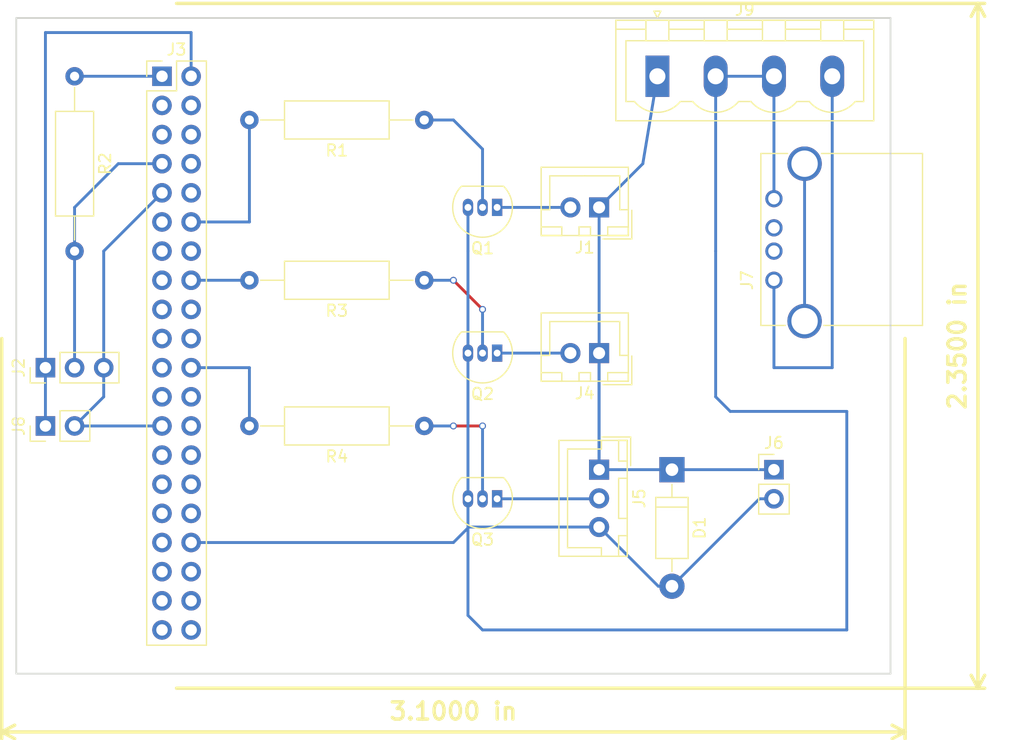
<source format=kicad_pcb>
(kicad_pcb (version 4) (host pcbnew 4.0.7)

  (general
    (links 33)
    (no_connects 0)
    (area 124.46 97.365 217.4 163.990001)
    (thickness 1.6)
    (drawings 6)
    (tracks 68)
    (zones 0)
    (modules 17)
    (nets 18)
  )

  (page A4)
  (layers
    (0 F.Cu signal)
    (31 B.Cu signal)
    (32 B.Adhes user)
    (33 F.Adhes user)
    (34 B.Paste user)
    (35 F.Paste user)
    (36 B.SilkS user)
    (37 F.SilkS user)
    (38 B.Mask user)
    (39 F.Mask user)
    (40 Dwgs.User user)
    (41 Cmts.User user)
    (42 Eco1.User user)
    (43 Eco2.User user)
    (44 Edge.Cuts user)
    (45 Margin user)
    (46 B.CrtYd user)
    (47 F.CrtYd user)
    (48 B.Fab user)
    (49 F.Fab user)
  )

  (setup
    (last_trace_width 0.25)
    (trace_clearance 0.2)
    (zone_clearance 0.508)
    (zone_45_only no)
    (trace_min 0.2)
    (segment_width 0.2)
    (edge_width 0.15)
    (via_size 0.6)
    (via_drill 0.4)
    (via_min_size 0.4)
    (via_min_drill 0.3)
    (uvia_size 0.3)
    (uvia_drill 0.1)
    (uvias_allowed no)
    (uvia_min_size 0.2)
    (uvia_min_drill 0.1)
    (pcb_text_width 0.3)
    (pcb_text_size 1.5 1.5)
    (mod_edge_width 0.15)
    (mod_text_size 1 1)
    (mod_text_width 0.15)
    (pad_size 1.524 1.524)
    (pad_drill 0.762)
    (pad_to_mask_clearance 0.2)
    (aux_axis_origin 0 0)
    (visible_elements 7FFFFFFF)
    (pcbplotparams
      (layerselection 0x00030_80000001)
      (usegerberextensions false)
      (excludeedgelayer true)
      (linewidth 0.100000)
      (plotframeref false)
      (viasonmask false)
      (mode 1)
      (useauxorigin false)
      (hpglpennumber 1)
      (hpglpenspeed 20)
      (hpglpendiameter 15)
      (hpglpenoverlay 2)
      (psnegative false)
      (psa4output false)
      (plotreference true)
      (plotvalue true)
      (plotinvisibletext false)
      (padsonsilk false)
      (subtractmaskfromsilk false)
      (outputformat 1)
      (mirror false)
      (drillshape 0)
      (scaleselection 1)
      (outputdirectory output/))
  )

  (net 0 "")
  (net 1 +12V)
  (net 2 Earth)
  (net 3 "Net-(J1-Pad2)")
  (net 4 /GND)
  (net 5 "Net-(J2-Pad2)")
  (net 6 /5V)
  (net 7 /3v3)
  (net 8 "Net-(J3-Pad12)")
  (net 9 "Net-(J3-Pad16)")
  (net 10 "Net-(J3-Pad22)")
  (net 11 "Net-(J5-Pad2)")
  (net 12 +5V)
  (net 13 "Net-(J7-Pad5)")
  (net 14 "Net-(Q1-Pad2)")
  (net 15 "Net-(Q2-Pad2)")
  (net 16 "Net-(Q3-Pad2)")
  (net 17 "Net-(J4-Pad2)")

  (net_class Default "This is the default net class."
    (clearance 0.2)
    (trace_width 0.25)
    (via_dia 0.6)
    (via_drill 0.4)
    (uvia_dia 0.3)
    (uvia_drill 0.1)
    (add_net +12V)
    (add_net +5V)
    (add_net /3v3)
    (add_net /5V)
    (add_net /GND)
    (add_net Earth)
    (add_net "Net-(J1-Pad2)")
    (add_net "Net-(J2-Pad2)")
    (add_net "Net-(J3-Pad12)")
    (add_net "Net-(J3-Pad16)")
    (add_net "Net-(J3-Pad22)")
    (add_net "Net-(J4-Pad2)")
    (add_net "Net-(J5-Pad2)")
    (add_net "Net-(J7-Pad5)")
    (add_net "Net-(Q1-Pad2)")
    (add_net "Net-(Q2-Pad2)")
    (add_net "Net-(Q3-Pad2)")
  )

  (module Diodes_THT:D_DO-41_SOD81_P10.16mm_Horizontal (layer F.Cu) (tedit 5921392F) (tstamp 5A8E384F)
    (at 182.88 138.43 270)
    (descr "D, DO-41_SOD81 series, Axial, Horizontal, pin pitch=10.16mm, , length*diameter=5.2*2.7mm^2, , http://www.diodes.com/_files/packages/DO-41%20(Plastic).pdf")
    (tags "D DO-41_SOD81 series Axial Horizontal pin pitch 10.16mm  length 5.2mm diameter 2.7mm")
    (path /5A8CC87C)
    (fp_text reference D1 (at 5.08 -2.41 270) (layer F.SilkS)
      (effects (font (size 1 1) (thickness 0.15)))
    )
    (fp_text value UF4004 (at 5.08 2.41 270) (layer F.Fab)
      (effects (font (size 1 1) (thickness 0.15)))
    )
    (fp_text user %R (at 5.08 0 270) (layer F.Fab)
      (effects (font (size 1 1) (thickness 0.15)))
    )
    (fp_line (start 2.48 -1.35) (end 2.48 1.35) (layer F.Fab) (width 0.1))
    (fp_line (start 2.48 1.35) (end 7.68 1.35) (layer F.Fab) (width 0.1))
    (fp_line (start 7.68 1.35) (end 7.68 -1.35) (layer F.Fab) (width 0.1))
    (fp_line (start 7.68 -1.35) (end 2.48 -1.35) (layer F.Fab) (width 0.1))
    (fp_line (start 0 0) (end 2.48 0) (layer F.Fab) (width 0.1))
    (fp_line (start 10.16 0) (end 7.68 0) (layer F.Fab) (width 0.1))
    (fp_line (start 3.26 -1.35) (end 3.26 1.35) (layer F.Fab) (width 0.1))
    (fp_line (start 2.42 -1.41) (end 2.42 1.41) (layer F.SilkS) (width 0.12))
    (fp_line (start 2.42 1.41) (end 7.74 1.41) (layer F.SilkS) (width 0.12))
    (fp_line (start 7.74 1.41) (end 7.74 -1.41) (layer F.SilkS) (width 0.12))
    (fp_line (start 7.74 -1.41) (end 2.42 -1.41) (layer F.SilkS) (width 0.12))
    (fp_line (start 1.28 0) (end 2.42 0) (layer F.SilkS) (width 0.12))
    (fp_line (start 8.88 0) (end 7.74 0) (layer F.SilkS) (width 0.12))
    (fp_line (start 3.26 -1.41) (end 3.26 1.41) (layer F.SilkS) (width 0.12))
    (fp_line (start -1.35 -1.7) (end -1.35 1.7) (layer F.CrtYd) (width 0.05))
    (fp_line (start -1.35 1.7) (end 11.55 1.7) (layer F.CrtYd) (width 0.05))
    (fp_line (start 11.55 1.7) (end 11.55 -1.7) (layer F.CrtYd) (width 0.05))
    (fp_line (start 11.55 -1.7) (end -1.35 -1.7) (layer F.CrtYd) (width 0.05))
    (pad 1 thru_hole rect (at 0 0 270) (size 2.2 2.2) (drill 1.1) (layers *.Cu *.Mask)
      (net 1 +12V))
    (pad 2 thru_hole oval (at 10.16 0 270) (size 2.2 2.2) (drill 1.1) (layers *.Cu *.Mask)
      (net 2 Earth))
    (model ${KISYS3DMOD}/Diodes_THT.3dshapes/D_DO-41_SOD81_P10.16mm_Horizontal.wrl
      (at (xyz 0 0 0))
      (scale (xyz 0.393701 0.393701 0.393701))
      (rotate (xyz 0 0 0))
    )
  )

  (module Connectors_JST:JST_XH_B02B-XH-A_02x2.50mm_Straight (layer F.Cu) (tedit 58EAE7F0) (tstamp 5A8E3855)
    (at 176.53 115.57 180)
    (descr "JST XH series connector, B02B-XH-A, top entry type, through hole")
    (tags "connector jst xh tht top vertical 2.50mm")
    (path /5A8CC6D8)
    (fp_text reference J1 (at 1.25 -3.5 180) (layer F.SilkS)
      (effects (font (size 1 1) (thickness 0.15)))
    )
    (fp_text value PumpSSR (at 1.25 4.5 180) (layer F.Fab)
      (effects (font (size 1 1) (thickness 0.15)))
    )
    (fp_line (start -2.45 -2.35) (end -2.45 3.4) (layer F.Fab) (width 0.1))
    (fp_line (start -2.45 3.4) (end 4.95 3.4) (layer F.Fab) (width 0.1))
    (fp_line (start 4.95 3.4) (end 4.95 -2.35) (layer F.Fab) (width 0.1))
    (fp_line (start 4.95 -2.35) (end -2.45 -2.35) (layer F.Fab) (width 0.1))
    (fp_line (start -2.95 -2.85) (end -2.95 3.9) (layer F.CrtYd) (width 0.05))
    (fp_line (start -2.95 3.9) (end 5.45 3.9) (layer F.CrtYd) (width 0.05))
    (fp_line (start 5.45 3.9) (end 5.45 -2.85) (layer F.CrtYd) (width 0.05))
    (fp_line (start 5.45 -2.85) (end -2.95 -2.85) (layer F.CrtYd) (width 0.05))
    (fp_line (start -2.55 -2.45) (end -2.55 3.5) (layer F.SilkS) (width 0.12))
    (fp_line (start -2.55 3.5) (end 5.05 3.5) (layer F.SilkS) (width 0.12))
    (fp_line (start 5.05 3.5) (end 5.05 -2.45) (layer F.SilkS) (width 0.12))
    (fp_line (start 5.05 -2.45) (end -2.55 -2.45) (layer F.SilkS) (width 0.12))
    (fp_line (start 0.75 -2.45) (end 0.75 -1.7) (layer F.SilkS) (width 0.12))
    (fp_line (start 0.75 -1.7) (end 1.75 -1.7) (layer F.SilkS) (width 0.12))
    (fp_line (start 1.75 -1.7) (end 1.75 -2.45) (layer F.SilkS) (width 0.12))
    (fp_line (start 1.75 -2.45) (end 0.75 -2.45) (layer F.SilkS) (width 0.12))
    (fp_line (start -2.55 -2.45) (end -2.55 -1.7) (layer F.SilkS) (width 0.12))
    (fp_line (start -2.55 -1.7) (end -0.75 -1.7) (layer F.SilkS) (width 0.12))
    (fp_line (start -0.75 -1.7) (end -0.75 -2.45) (layer F.SilkS) (width 0.12))
    (fp_line (start -0.75 -2.45) (end -2.55 -2.45) (layer F.SilkS) (width 0.12))
    (fp_line (start 3.25 -2.45) (end 3.25 -1.7) (layer F.SilkS) (width 0.12))
    (fp_line (start 3.25 -1.7) (end 5.05 -1.7) (layer F.SilkS) (width 0.12))
    (fp_line (start 5.05 -1.7) (end 5.05 -2.45) (layer F.SilkS) (width 0.12))
    (fp_line (start 5.05 -2.45) (end 3.25 -2.45) (layer F.SilkS) (width 0.12))
    (fp_line (start -2.55 -0.2) (end -1.8 -0.2) (layer F.SilkS) (width 0.12))
    (fp_line (start -1.8 -0.2) (end -1.8 2.75) (layer F.SilkS) (width 0.12))
    (fp_line (start -1.8 2.75) (end 1.25 2.75) (layer F.SilkS) (width 0.12))
    (fp_line (start 5.05 -0.2) (end 4.3 -0.2) (layer F.SilkS) (width 0.12))
    (fp_line (start 4.3 -0.2) (end 4.3 2.75) (layer F.SilkS) (width 0.12))
    (fp_line (start 4.3 2.75) (end 1.25 2.75) (layer F.SilkS) (width 0.12))
    (fp_line (start -0.35 -2.75) (end -2.85 -2.75) (layer F.SilkS) (width 0.12))
    (fp_line (start -2.85 -2.75) (end -2.85 -0.25) (layer F.SilkS) (width 0.12))
    (fp_line (start -0.35 -2.75) (end -2.85 -2.75) (layer F.Fab) (width 0.1))
    (fp_line (start -2.85 -2.75) (end -2.85 -0.25) (layer F.Fab) (width 0.1))
    (fp_text user %R (at 1.25 2.5 180) (layer F.Fab)
      (effects (font (size 1 1) (thickness 0.15)))
    )
    (pad 1 thru_hole rect (at 0 0 180) (size 1.75 1.75) (drill 1.05) (layers *.Cu *.Mask)
      (net 1 +12V))
    (pad 2 thru_hole circle (at 2.5 0 180) (size 1.75 1.75) (drill 1.05) (layers *.Cu *.Mask)
      (net 3 "Net-(J1-Pad2)"))
    (model Connectors_JST.3dshapes/JST_XH_B02B-XH-A_02x2.50mm_Straight.wrl
      (at (xyz 0 0 0))
      (scale (xyz 1 1 1))
      (rotate (xyz 0 0 0))
    )
  )

  (module Pin_Headers:Pin_Header_Straight_1x03_Pitch2.54mm (layer F.Cu) (tedit 59650532) (tstamp 5A8E385C)
    (at 128.27 129.54 90)
    (descr "Through hole straight pin header, 1x03, 2.54mm pitch, single row")
    (tags "Through hole pin header THT 1x03 2.54mm single row")
    (path /5A8CC7AE)
    (fp_text reference J2 (at 0 -2.33 90) (layer F.SilkS)
      (effects (font (size 1 1) (thickness 0.15)))
    )
    (fp_text value Probe (at 0 7.41 90) (layer F.Fab)
      (effects (font (size 1 1) (thickness 0.15)))
    )
    (fp_line (start -0.635 -1.27) (end 1.27 -1.27) (layer F.Fab) (width 0.1))
    (fp_line (start 1.27 -1.27) (end 1.27 6.35) (layer F.Fab) (width 0.1))
    (fp_line (start 1.27 6.35) (end -1.27 6.35) (layer F.Fab) (width 0.1))
    (fp_line (start -1.27 6.35) (end -1.27 -0.635) (layer F.Fab) (width 0.1))
    (fp_line (start -1.27 -0.635) (end -0.635 -1.27) (layer F.Fab) (width 0.1))
    (fp_line (start -1.33 6.41) (end 1.33 6.41) (layer F.SilkS) (width 0.12))
    (fp_line (start -1.33 1.27) (end -1.33 6.41) (layer F.SilkS) (width 0.12))
    (fp_line (start 1.33 1.27) (end 1.33 6.41) (layer F.SilkS) (width 0.12))
    (fp_line (start -1.33 1.27) (end 1.33 1.27) (layer F.SilkS) (width 0.12))
    (fp_line (start -1.33 0) (end -1.33 -1.33) (layer F.SilkS) (width 0.12))
    (fp_line (start -1.33 -1.33) (end 0 -1.33) (layer F.SilkS) (width 0.12))
    (fp_line (start -1.8 -1.8) (end -1.8 6.85) (layer F.CrtYd) (width 0.05))
    (fp_line (start -1.8 6.85) (end 1.8 6.85) (layer F.CrtYd) (width 0.05))
    (fp_line (start 1.8 6.85) (end 1.8 -1.8) (layer F.CrtYd) (width 0.05))
    (fp_line (start 1.8 -1.8) (end -1.8 -1.8) (layer F.CrtYd) (width 0.05))
    (fp_text user %R (at 0 2.54 180) (layer F.Fab)
      (effects (font (size 1 1) (thickness 0.15)))
    )
    (pad 1 thru_hole rect (at 0 0 90) (size 1.7 1.7) (drill 1) (layers *.Cu *.Mask)
      (net 6 /5V))
    (pad 2 thru_hole oval (at 0 2.54 90) (size 1.7 1.7) (drill 1) (layers *.Cu *.Mask)
      (net 5 "Net-(J2-Pad2)"))
    (pad 3 thru_hole oval (at 0 5.08 90) (size 1.7 1.7) (drill 1) (layers *.Cu *.Mask)
      (net 4 /GND))
    (model ${KISYS3DMOD}/Pin_Headers.3dshapes/Pin_Header_Straight_1x03_Pitch2.54mm.wrl
      (at (xyz 0 0 0))
      (scale (xyz 1 1 1))
      (rotate (xyz 0 0 0))
    )
  )

  (module Connectors_JST:JST_XH_B02B-XH-A_02x2.50mm_Straight (layer F.Cu) (tedit 58EAE7F0) (tstamp 5A8E388E)
    (at 176.53 128.27 180)
    (descr "JST XH series connector, B02B-XH-A, top entry type, through hole")
    (tags "connector jst xh tht top vertical 2.50mm")
    (path /5A8CC648)
    (fp_text reference J4 (at 1.25 -3.5 180) (layer F.SilkS)
      (effects (font (size 1 1) (thickness 0.15)))
    )
    (fp_text value Buzzer (at 1.25 4.5 180) (layer F.Fab)
      (effects (font (size 1 1) (thickness 0.15)))
    )
    (fp_line (start -2.45 -2.35) (end -2.45 3.4) (layer F.Fab) (width 0.1))
    (fp_line (start -2.45 3.4) (end 4.95 3.4) (layer F.Fab) (width 0.1))
    (fp_line (start 4.95 3.4) (end 4.95 -2.35) (layer F.Fab) (width 0.1))
    (fp_line (start 4.95 -2.35) (end -2.45 -2.35) (layer F.Fab) (width 0.1))
    (fp_line (start -2.95 -2.85) (end -2.95 3.9) (layer F.CrtYd) (width 0.05))
    (fp_line (start -2.95 3.9) (end 5.45 3.9) (layer F.CrtYd) (width 0.05))
    (fp_line (start 5.45 3.9) (end 5.45 -2.85) (layer F.CrtYd) (width 0.05))
    (fp_line (start 5.45 -2.85) (end -2.95 -2.85) (layer F.CrtYd) (width 0.05))
    (fp_line (start -2.55 -2.45) (end -2.55 3.5) (layer F.SilkS) (width 0.12))
    (fp_line (start -2.55 3.5) (end 5.05 3.5) (layer F.SilkS) (width 0.12))
    (fp_line (start 5.05 3.5) (end 5.05 -2.45) (layer F.SilkS) (width 0.12))
    (fp_line (start 5.05 -2.45) (end -2.55 -2.45) (layer F.SilkS) (width 0.12))
    (fp_line (start 0.75 -2.45) (end 0.75 -1.7) (layer F.SilkS) (width 0.12))
    (fp_line (start 0.75 -1.7) (end 1.75 -1.7) (layer F.SilkS) (width 0.12))
    (fp_line (start 1.75 -1.7) (end 1.75 -2.45) (layer F.SilkS) (width 0.12))
    (fp_line (start 1.75 -2.45) (end 0.75 -2.45) (layer F.SilkS) (width 0.12))
    (fp_line (start -2.55 -2.45) (end -2.55 -1.7) (layer F.SilkS) (width 0.12))
    (fp_line (start -2.55 -1.7) (end -0.75 -1.7) (layer F.SilkS) (width 0.12))
    (fp_line (start -0.75 -1.7) (end -0.75 -2.45) (layer F.SilkS) (width 0.12))
    (fp_line (start -0.75 -2.45) (end -2.55 -2.45) (layer F.SilkS) (width 0.12))
    (fp_line (start 3.25 -2.45) (end 3.25 -1.7) (layer F.SilkS) (width 0.12))
    (fp_line (start 3.25 -1.7) (end 5.05 -1.7) (layer F.SilkS) (width 0.12))
    (fp_line (start 5.05 -1.7) (end 5.05 -2.45) (layer F.SilkS) (width 0.12))
    (fp_line (start 5.05 -2.45) (end 3.25 -2.45) (layer F.SilkS) (width 0.12))
    (fp_line (start -2.55 -0.2) (end -1.8 -0.2) (layer F.SilkS) (width 0.12))
    (fp_line (start -1.8 -0.2) (end -1.8 2.75) (layer F.SilkS) (width 0.12))
    (fp_line (start -1.8 2.75) (end 1.25 2.75) (layer F.SilkS) (width 0.12))
    (fp_line (start 5.05 -0.2) (end 4.3 -0.2) (layer F.SilkS) (width 0.12))
    (fp_line (start 4.3 -0.2) (end 4.3 2.75) (layer F.SilkS) (width 0.12))
    (fp_line (start 4.3 2.75) (end 1.25 2.75) (layer F.SilkS) (width 0.12))
    (fp_line (start -0.35 -2.75) (end -2.85 -2.75) (layer F.SilkS) (width 0.12))
    (fp_line (start -2.85 -2.75) (end -2.85 -0.25) (layer F.SilkS) (width 0.12))
    (fp_line (start -0.35 -2.75) (end -2.85 -2.75) (layer F.Fab) (width 0.1))
    (fp_line (start -2.85 -2.75) (end -2.85 -0.25) (layer F.Fab) (width 0.1))
    (fp_text user %R (at 1.25 2.5 180) (layer F.Fab)
      (effects (font (size 1 1) (thickness 0.15)))
    )
    (pad 1 thru_hole rect (at 0 0 180) (size 1.75 1.75) (drill 1.05) (layers *.Cu *.Mask)
      (net 1 +12V))
    (pad 2 thru_hole circle (at 2.5 0 180) (size 1.75 1.75) (drill 1.05) (layers *.Cu *.Mask)
      (net 17 "Net-(J4-Pad2)"))
    (model Connectors_JST.3dshapes/JST_XH_B02B-XH-A_02x2.50mm_Straight.wrl
      (at (xyz 0 0 0))
      (scale (xyz 1 1 1))
      (rotate (xyz 0 0 0))
    )
  )

  (module Connectors_JST:JST_XH_B03B-XH-A_03x2.50mm_Straight (layer F.Cu) (tedit 58EAE7F0) (tstamp 5A8E3895)
    (at 176.53 138.43 270)
    (descr "JST XH series connector, B03B-XH-A, top entry type, through hole")
    (tags "connector jst xh tht top vertical 2.50mm")
    (path /5A8CC827)
    (fp_text reference J5 (at 2.5 -3.5 270) (layer F.SilkS)
      (effects (font (size 1 1) (thickness 0.15)))
    )
    (fp_text value CoilSwitch (at 2.5 4.5 270) (layer F.Fab)
      (effects (font (size 1 1) (thickness 0.15)))
    )
    (fp_line (start -2.45 -2.35) (end -2.45 3.4) (layer F.Fab) (width 0.1))
    (fp_line (start -2.45 3.4) (end 7.45 3.4) (layer F.Fab) (width 0.1))
    (fp_line (start 7.45 3.4) (end 7.45 -2.35) (layer F.Fab) (width 0.1))
    (fp_line (start 7.45 -2.35) (end -2.45 -2.35) (layer F.Fab) (width 0.1))
    (fp_line (start -2.95 -2.85) (end -2.95 3.9) (layer F.CrtYd) (width 0.05))
    (fp_line (start -2.95 3.9) (end 7.95 3.9) (layer F.CrtYd) (width 0.05))
    (fp_line (start 7.95 3.9) (end 7.95 -2.85) (layer F.CrtYd) (width 0.05))
    (fp_line (start 7.95 -2.85) (end -2.95 -2.85) (layer F.CrtYd) (width 0.05))
    (fp_line (start -2.55 -2.45) (end -2.55 3.5) (layer F.SilkS) (width 0.12))
    (fp_line (start -2.55 3.5) (end 7.55 3.5) (layer F.SilkS) (width 0.12))
    (fp_line (start 7.55 3.5) (end 7.55 -2.45) (layer F.SilkS) (width 0.12))
    (fp_line (start 7.55 -2.45) (end -2.55 -2.45) (layer F.SilkS) (width 0.12))
    (fp_line (start 0.75 -2.45) (end 0.75 -1.7) (layer F.SilkS) (width 0.12))
    (fp_line (start 0.75 -1.7) (end 4.25 -1.7) (layer F.SilkS) (width 0.12))
    (fp_line (start 4.25 -1.7) (end 4.25 -2.45) (layer F.SilkS) (width 0.12))
    (fp_line (start 4.25 -2.45) (end 0.75 -2.45) (layer F.SilkS) (width 0.12))
    (fp_line (start -2.55 -2.45) (end -2.55 -1.7) (layer F.SilkS) (width 0.12))
    (fp_line (start -2.55 -1.7) (end -0.75 -1.7) (layer F.SilkS) (width 0.12))
    (fp_line (start -0.75 -1.7) (end -0.75 -2.45) (layer F.SilkS) (width 0.12))
    (fp_line (start -0.75 -2.45) (end -2.55 -2.45) (layer F.SilkS) (width 0.12))
    (fp_line (start 5.75 -2.45) (end 5.75 -1.7) (layer F.SilkS) (width 0.12))
    (fp_line (start 5.75 -1.7) (end 7.55 -1.7) (layer F.SilkS) (width 0.12))
    (fp_line (start 7.55 -1.7) (end 7.55 -2.45) (layer F.SilkS) (width 0.12))
    (fp_line (start 7.55 -2.45) (end 5.75 -2.45) (layer F.SilkS) (width 0.12))
    (fp_line (start -2.55 -0.2) (end -1.8 -0.2) (layer F.SilkS) (width 0.12))
    (fp_line (start -1.8 -0.2) (end -1.8 2.75) (layer F.SilkS) (width 0.12))
    (fp_line (start -1.8 2.75) (end 2.5 2.75) (layer F.SilkS) (width 0.12))
    (fp_line (start 7.55 -0.2) (end 6.8 -0.2) (layer F.SilkS) (width 0.12))
    (fp_line (start 6.8 -0.2) (end 6.8 2.75) (layer F.SilkS) (width 0.12))
    (fp_line (start 6.8 2.75) (end 2.5 2.75) (layer F.SilkS) (width 0.12))
    (fp_line (start -0.35 -2.75) (end -2.85 -2.75) (layer F.SilkS) (width 0.12))
    (fp_line (start -2.85 -2.75) (end -2.85 -0.25) (layer F.SilkS) (width 0.12))
    (fp_line (start -0.35 -2.75) (end -2.85 -2.75) (layer F.Fab) (width 0.1))
    (fp_line (start -2.85 -2.75) (end -2.85 -0.25) (layer F.Fab) (width 0.1))
    (fp_text user %R (at 2.5 2.5 270) (layer F.Fab)
      (effects (font (size 1 1) (thickness 0.15)))
    )
    (pad 1 thru_hole rect (at 0 0 270) (size 1.75 1.75) (drill 1) (layers *.Cu *.Mask)
      (net 1 +12V))
    (pad 2 thru_hole circle (at 2.5 0 270) (size 1.75 1.75) (drill 1) (layers *.Cu *.Mask)
      (net 11 "Net-(J5-Pad2)"))
    (pad 3 thru_hole circle (at 5 0 270) (size 1.75 1.75) (drill 1) (layers *.Cu *.Mask)
      (net 2 Earth))
    (model Connectors_JST.3dshapes/JST_XH_B03B-XH-A_03x2.50mm_Straight.wrl
      (at (xyz 0 0 0))
      (scale (xyz 1 1 1))
      (rotate (xyz 0 0 0))
    )
  )

  (module Pin_Headers:Pin_Header_Straight_1x02_Pitch2.54mm (layer F.Cu) (tedit 59650532) (tstamp 5A8E389B)
    (at 191.77 138.43)
    (descr "Through hole straight pin header, 1x02, 2.54mm pitch, single row")
    (tags "Through hole pin header THT 1x02 2.54mm single row")
    (path /5A8CC75E)
    (fp_text reference J6 (at 0 -2.33) (layer F.SilkS)
      (effects (font (size 1 1) (thickness 0.15)))
    )
    (fp_text value FanPWR (at 0 4.87) (layer F.Fab)
      (effects (font (size 1 1) (thickness 0.15)))
    )
    (fp_line (start -0.635 -1.27) (end 1.27 -1.27) (layer F.Fab) (width 0.1))
    (fp_line (start 1.27 -1.27) (end 1.27 3.81) (layer F.Fab) (width 0.1))
    (fp_line (start 1.27 3.81) (end -1.27 3.81) (layer F.Fab) (width 0.1))
    (fp_line (start -1.27 3.81) (end -1.27 -0.635) (layer F.Fab) (width 0.1))
    (fp_line (start -1.27 -0.635) (end -0.635 -1.27) (layer F.Fab) (width 0.1))
    (fp_line (start -1.33 3.87) (end 1.33 3.87) (layer F.SilkS) (width 0.12))
    (fp_line (start -1.33 1.27) (end -1.33 3.87) (layer F.SilkS) (width 0.12))
    (fp_line (start 1.33 1.27) (end 1.33 3.87) (layer F.SilkS) (width 0.12))
    (fp_line (start -1.33 1.27) (end 1.33 1.27) (layer F.SilkS) (width 0.12))
    (fp_line (start -1.33 0) (end -1.33 -1.33) (layer F.SilkS) (width 0.12))
    (fp_line (start -1.33 -1.33) (end 0 -1.33) (layer F.SilkS) (width 0.12))
    (fp_line (start -1.8 -1.8) (end -1.8 4.35) (layer F.CrtYd) (width 0.05))
    (fp_line (start -1.8 4.35) (end 1.8 4.35) (layer F.CrtYd) (width 0.05))
    (fp_line (start 1.8 4.35) (end 1.8 -1.8) (layer F.CrtYd) (width 0.05))
    (fp_line (start 1.8 -1.8) (end -1.8 -1.8) (layer F.CrtYd) (width 0.05))
    (fp_text user %R (at 0 1.27 90) (layer F.Fab)
      (effects (font (size 1 1) (thickness 0.15)))
    )
    (pad 1 thru_hole rect (at 0 0) (size 1.7 1.7) (drill 1) (layers *.Cu *.Mask)
      (net 1 +12V))
    (pad 2 thru_hole oval (at 0 2.54) (size 1.7 1.7) (drill 1) (layers *.Cu *.Mask)
      (net 2 Earth))
    (model ${KISYS3DMOD}/Pin_Headers.3dshapes/Pin_Header_Straight_1x02_Pitch2.54mm.wrl
      (at (xyz 0 0 0))
      (scale (xyz 1 1 1))
      (rotate (xyz 0 0 0))
    )
  )

  (module Connectors:USB_A (layer F.Cu) (tedit 5543E289) (tstamp 5A8E38A5)
    (at 191.77 121.92 90)
    (descr "USB A connector")
    (tags "USB USB_A")
    (path /5A8BF5B4)
    (fp_text reference J7 (at 0 -2.35 90) (layer F.SilkS)
      (effects (font (size 1 1) (thickness 0.15)))
    )
    (fp_text value "Rpi PWR" (at 3.84 7.44 90) (layer F.Fab)
      (effects (font (size 1 1) (thickness 0.15)))
    )
    (fp_line (start -5.3 13.2) (end -5.3 -1.4) (layer F.CrtYd) (width 0.05))
    (fp_line (start 11.95 -1.4) (end 11.95 13.2) (layer F.CrtYd) (width 0.05))
    (fp_line (start -5.3 13.2) (end 11.95 13.2) (layer F.CrtYd) (width 0.05))
    (fp_line (start -5.3 -1.4) (end 11.95 -1.4) (layer F.CrtYd) (width 0.05))
    (fp_line (start 11.05 -1.14) (end 11.05 1.19) (layer F.SilkS) (width 0.12))
    (fp_line (start -3.94 -1.14) (end -3.94 0.98) (layer F.SilkS) (width 0.12))
    (fp_line (start 11.05 -1.14) (end -3.94 -1.14) (layer F.SilkS) (width 0.12))
    (fp_line (start 11.05 12.95) (end -3.94 12.95) (layer F.SilkS) (width 0.12))
    (fp_line (start 11.05 4.15) (end 11.05 12.95) (layer F.SilkS) (width 0.12))
    (fp_line (start -3.94 4.35) (end -3.94 12.95) (layer F.SilkS) (width 0.12))
    (pad 4 thru_hole circle (at 7.11 0) (size 1.5 1.5) (drill 1) (layers *.Cu *.Mask)
      (net 2 Earth))
    (pad 3 thru_hole circle (at 4.57 0) (size 1.5 1.5) (drill 1) (layers *.Cu *.Mask))
    (pad 2 thru_hole circle (at 2.54 0) (size 1.5 1.5) (drill 1) (layers *.Cu *.Mask))
    (pad 1 thru_hole circle (at 0 0) (size 1.5 1.5) (drill 1) (layers *.Cu *.Mask)
      (net 12 +5V))
    (pad 5 thru_hole circle (at 10.16 2.67) (size 3 3) (drill 2.3) (layers *.Cu *.Mask)
      (net 13 "Net-(J7-Pad5)"))
    (pad 5 thru_hole circle (at -3.56 2.67) (size 3 3) (drill 2.3) (layers *.Cu *.Mask)
      (net 13 "Net-(J7-Pad5)"))
    (model ${KISYS3DMOD}/Connectors.3dshapes/USB_A.wrl
      (at (xyz 0.14 0 0))
      (scale (xyz 1 1 1))
      (rotate (xyz 0 0 90))
    )
  )

  (module Pin_Headers:Pin_Header_Straight_1x02_Pitch2.54mm (layer F.Cu) (tedit 59650532) (tstamp 5A8E38AB)
    (at 128.27 134.62 90)
    (descr "Through hole straight pin header, 1x02, 2.54mm pitch, single row")
    (tags "Through hole pin header THT 1x02 2.54mm single row")
    (path /5A8CE6B4)
    (fp_text reference J8 (at 0 -2.33 90) (layer F.SilkS)
      (effects (font (size 1 1) (thickness 0.15)))
    )
    (fp_text value "PiScreen Power" (at 0 4.87 90) (layer F.Fab)
      (effects (font (size 1 1) (thickness 0.15)))
    )
    (fp_line (start -0.635 -1.27) (end 1.27 -1.27) (layer F.Fab) (width 0.1))
    (fp_line (start 1.27 -1.27) (end 1.27 3.81) (layer F.Fab) (width 0.1))
    (fp_line (start 1.27 3.81) (end -1.27 3.81) (layer F.Fab) (width 0.1))
    (fp_line (start -1.27 3.81) (end -1.27 -0.635) (layer F.Fab) (width 0.1))
    (fp_line (start -1.27 -0.635) (end -0.635 -1.27) (layer F.Fab) (width 0.1))
    (fp_line (start -1.33 3.87) (end 1.33 3.87) (layer F.SilkS) (width 0.12))
    (fp_line (start -1.33 1.27) (end -1.33 3.87) (layer F.SilkS) (width 0.12))
    (fp_line (start 1.33 1.27) (end 1.33 3.87) (layer F.SilkS) (width 0.12))
    (fp_line (start -1.33 1.27) (end 1.33 1.27) (layer F.SilkS) (width 0.12))
    (fp_line (start -1.33 0) (end -1.33 -1.33) (layer F.SilkS) (width 0.12))
    (fp_line (start -1.33 -1.33) (end 0 -1.33) (layer F.SilkS) (width 0.12))
    (fp_line (start -1.8 -1.8) (end -1.8 4.35) (layer F.CrtYd) (width 0.05))
    (fp_line (start -1.8 4.35) (end 1.8 4.35) (layer F.CrtYd) (width 0.05))
    (fp_line (start 1.8 4.35) (end 1.8 -1.8) (layer F.CrtYd) (width 0.05))
    (fp_line (start 1.8 -1.8) (end -1.8 -1.8) (layer F.CrtYd) (width 0.05))
    (fp_text user %R (at 0 1.27 180) (layer F.Fab)
      (effects (font (size 1 1) (thickness 0.15)))
    )
    (pad 1 thru_hole rect (at 0 0 90) (size 1.7 1.7) (drill 1) (layers *.Cu *.Mask)
      (net 6 /5V))
    (pad 2 thru_hole oval (at 0 2.54 90) (size 1.7 1.7) (drill 1) (layers *.Cu *.Mask)
      (net 4 /GND))
    (model ${KISYS3DMOD}/Pin_Headers.3dshapes/Pin_Header_Straight_1x02_Pitch2.54mm.wrl
      (at (xyz 0 0 0))
      (scale (xyz 1 1 1))
      (rotate (xyz 0 0 0))
    )
  )

  (module TO_SOT_Packages_THT:TO-92_Inline_Narrow_Oval (layer F.Cu) (tedit 58CE52AF) (tstamp 5A8E38B2)
    (at 167.64 115.57 180)
    (descr "TO-92 leads in-line, narrow, oval pads, drill 0.6mm (see NXP sot054_po.pdf)")
    (tags "to-92 sc-43 sc-43a sot54 PA33 transistor")
    (path /5A8CC5C6)
    (fp_text reference Q1 (at 1.27 -3.56 180) (layer F.SilkS)
      (effects (font (size 1 1) (thickness 0.15)))
    )
    (fp_text value 2N3904 (at 1.27 2.79 180) (layer F.Fab)
      (effects (font (size 1 1) (thickness 0.15)))
    )
    (fp_text user %R (at 1.27 -3.56 180) (layer F.Fab)
      (effects (font (size 1 1) (thickness 0.15)))
    )
    (fp_line (start -0.53 1.85) (end 3.07 1.85) (layer F.SilkS) (width 0.12))
    (fp_line (start -0.5 1.75) (end 3 1.75) (layer F.Fab) (width 0.1))
    (fp_line (start -1.46 -2.73) (end 4 -2.73) (layer F.CrtYd) (width 0.05))
    (fp_line (start -1.46 -2.73) (end -1.46 2.01) (layer F.CrtYd) (width 0.05))
    (fp_line (start 4 2.01) (end 4 -2.73) (layer F.CrtYd) (width 0.05))
    (fp_line (start 4 2.01) (end -1.46 2.01) (layer F.CrtYd) (width 0.05))
    (fp_arc (start 1.27 0) (end 1.27 -2.48) (angle 135) (layer F.Fab) (width 0.1))
    (fp_arc (start 1.27 0) (end 1.27 -2.6) (angle -135) (layer F.SilkS) (width 0.12))
    (fp_arc (start 1.27 0) (end 1.27 -2.48) (angle -135) (layer F.Fab) (width 0.1))
    (fp_arc (start 1.27 0) (end 1.27 -2.6) (angle 135) (layer F.SilkS) (width 0.12))
    (pad 2 thru_hole oval (at 1.27 0) (size 0.9 1.5) (drill 0.6) (layers *.Cu *.Mask)
      (net 14 "Net-(Q1-Pad2)"))
    (pad 3 thru_hole oval (at 2.54 0) (size 0.9 1.5) (drill 0.6) (layers *.Cu *.Mask)
      (net 2 Earth))
    (pad 1 thru_hole rect (at 0 0) (size 0.9 1.5) (drill 0.6) (layers *.Cu *.Mask)
      (net 3 "Net-(J1-Pad2)"))
    (model ${KISYS3DMOD}/TO_SOT_Packages_THT.3dshapes/TO-92_Inline_Narrow_Oval.wrl
      (at (xyz 0.05 0 0))
      (scale (xyz 1 1 1))
      (rotate (xyz 0 0 -90))
    )
  )

  (module TO_SOT_Packages_THT:TO-92_Inline_Narrow_Oval (layer F.Cu) (tedit 58CE52AF) (tstamp 5A8E38B9)
    (at 167.64 128.27 180)
    (descr "TO-92 leads in-line, narrow, oval pads, drill 0.6mm (see NXP sot054_po.pdf)")
    (tags "to-92 sc-43 sc-43a sot54 PA33 transistor")
    (path /5A8CC4FE)
    (fp_text reference Q2 (at 1.27 -3.56 180) (layer F.SilkS)
      (effects (font (size 1 1) (thickness 0.15)))
    )
    (fp_text value 2N3904 (at 1.27 2.79 180) (layer F.Fab)
      (effects (font (size 1 1) (thickness 0.15)))
    )
    (fp_text user %R (at 1.27 -3.56 180) (layer F.Fab)
      (effects (font (size 1 1) (thickness 0.15)))
    )
    (fp_line (start -0.53 1.85) (end 3.07 1.85) (layer F.SilkS) (width 0.12))
    (fp_line (start -0.5 1.75) (end 3 1.75) (layer F.Fab) (width 0.1))
    (fp_line (start -1.46 -2.73) (end 4 -2.73) (layer F.CrtYd) (width 0.05))
    (fp_line (start -1.46 -2.73) (end -1.46 2.01) (layer F.CrtYd) (width 0.05))
    (fp_line (start 4 2.01) (end 4 -2.73) (layer F.CrtYd) (width 0.05))
    (fp_line (start 4 2.01) (end -1.46 2.01) (layer F.CrtYd) (width 0.05))
    (fp_arc (start 1.27 0) (end 1.27 -2.48) (angle 135) (layer F.Fab) (width 0.1))
    (fp_arc (start 1.27 0) (end 1.27 -2.6) (angle -135) (layer F.SilkS) (width 0.12))
    (fp_arc (start 1.27 0) (end 1.27 -2.48) (angle -135) (layer F.Fab) (width 0.1))
    (fp_arc (start 1.27 0) (end 1.27 -2.6) (angle 135) (layer F.SilkS) (width 0.12))
    (pad 2 thru_hole oval (at 1.27 0) (size 0.9 1.5) (drill 0.6) (layers *.Cu *.Mask)
      (net 15 "Net-(Q2-Pad2)"))
    (pad 3 thru_hole oval (at 2.54 0) (size 0.9 1.5) (drill 0.6) (layers *.Cu *.Mask)
      (net 2 Earth))
    (pad 1 thru_hole rect (at 0 0) (size 0.9 1.5) (drill 0.6) (layers *.Cu *.Mask)
      (net 17 "Net-(J4-Pad2)"))
    (model ${KISYS3DMOD}/TO_SOT_Packages_THT.3dshapes/TO-92_Inline_Narrow_Oval.wrl
      (at (xyz 0.05 0 0))
      (scale (xyz 1 1 1))
      (rotate (xyz 0 0 -90))
    )
  )

  (module TO_SOT_Packages_THT:TO-92_Inline_Narrow_Oval (layer F.Cu) (tedit 58CE52AF) (tstamp 5A8E38C0)
    (at 167.64 140.97 180)
    (descr "TO-92 leads in-line, narrow, oval pads, drill 0.6mm (see NXP sot054_po.pdf)")
    (tags "to-92 sc-43 sc-43a sot54 PA33 transistor")
    (path /5A8CC56C)
    (fp_text reference Q3 (at 1.27 -3.56 180) (layer F.SilkS)
      (effects (font (size 1 1) (thickness 0.15)))
    )
    (fp_text value 2N3904 (at 1.27 2.79 180) (layer F.Fab)
      (effects (font (size 1 1) (thickness 0.15)))
    )
    (fp_text user %R (at 1.27 -3.56 180) (layer F.Fab)
      (effects (font (size 1 1) (thickness 0.15)))
    )
    (fp_line (start -0.53 1.85) (end 3.07 1.85) (layer F.SilkS) (width 0.12))
    (fp_line (start -0.5 1.75) (end 3 1.75) (layer F.Fab) (width 0.1))
    (fp_line (start -1.46 -2.73) (end 4 -2.73) (layer F.CrtYd) (width 0.05))
    (fp_line (start -1.46 -2.73) (end -1.46 2.01) (layer F.CrtYd) (width 0.05))
    (fp_line (start 4 2.01) (end 4 -2.73) (layer F.CrtYd) (width 0.05))
    (fp_line (start 4 2.01) (end -1.46 2.01) (layer F.CrtYd) (width 0.05))
    (fp_arc (start 1.27 0) (end 1.27 -2.48) (angle 135) (layer F.Fab) (width 0.1))
    (fp_arc (start 1.27 0) (end 1.27 -2.6) (angle -135) (layer F.SilkS) (width 0.12))
    (fp_arc (start 1.27 0) (end 1.27 -2.48) (angle -135) (layer F.Fab) (width 0.1))
    (fp_arc (start 1.27 0) (end 1.27 -2.6) (angle 135) (layer F.SilkS) (width 0.12))
    (pad 2 thru_hole oval (at 1.27 0) (size 0.9 1.5) (drill 0.6) (layers *.Cu *.Mask)
      (net 16 "Net-(Q3-Pad2)"))
    (pad 3 thru_hole oval (at 2.54 0) (size 0.9 1.5) (drill 0.6) (layers *.Cu *.Mask)
      (net 2 Earth))
    (pad 1 thru_hole rect (at 0 0) (size 0.9 1.5) (drill 0.6) (layers *.Cu *.Mask)
      (net 11 "Net-(J5-Pad2)"))
    (model ${KISYS3DMOD}/TO_SOT_Packages_THT.3dshapes/TO-92_Inline_Narrow_Oval.wrl
      (at (xyz 0.05 0 0))
      (scale (xyz 1 1 1))
      (rotate (xyz 0 0 -90))
    )
  )

  (module Resistors_THT:R_Axial_DIN0309_L9.0mm_D3.2mm_P15.24mm_Horizontal (layer F.Cu) (tedit 5874F706) (tstamp 5A8E38C6)
    (at 161.29 107.95 180)
    (descr "Resistor, Axial_DIN0309 series, Axial, Horizontal, pin pitch=15.24mm, 0.5W = 1/2W, length*diameter=9*3.2mm^2, http://cdn-reichelt.de/documents/datenblatt/B400/1_4W%23YAG.pdf")
    (tags "Resistor Axial_DIN0309 series Axial Horizontal pin pitch 15.24mm 0.5W = 1/2W length 9mm diameter 3.2mm")
    (path /5A8BF45F)
    (fp_text reference R1 (at 7.62 -2.66 180) (layer F.SilkS)
      (effects (font (size 1 1) (thickness 0.15)))
    )
    (fp_text value 1R (at 7.62 2.66 180) (layer F.Fab)
      (effects (font (size 1 1) (thickness 0.15)))
    )
    (fp_line (start 3.12 -1.6) (end 3.12 1.6) (layer F.Fab) (width 0.1))
    (fp_line (start 3.12 1.6) (end 12.12 1.6) (layer F.Fab) (width 0.1))
    (fp_line (start 12.12 1.6) (end 12.12 -1.6) (layer F.Fab) (width 0.1))
    (fp_line (start 12.12 -1.6) (end 3.12 -1.6) (layer F.Fab) (width 0.1))
    (fp_line (start 0 0) (end 3.12 0) (layer F.Fab) (width 0.1))
    (fp_line (start 15.24 0) (end 12.12 0) (layer F.Fab) (width 0.1))
    (fp_line (start 3.06 -1.66) (end 3.06 1.66) (layer F.SilkS) (width 0.12))
    (fp_line (start 3.06 1.66) (end 12.18 1.66) (layer F.SilkS) (width 0.12))
    (fp_line (start 12.18 1.66) (end 12.18 -1.66) (layer F.SilkS) (width 0.12))
    (fp_line (start 12.18 -1.66) (end 3.06 -1.66) (layer F.SilkS) (width 0.12))
    (fp_line (start 0.98 0) (end 3.06 0) (layer F.SilkS) (width 0.12))
    (fp_line (start 14.26 0) (end 12.18 0) (layer F.SilkS) (width 0.12))
    (fp_line (start -1.05 -1.95) (end -1.05 1.95) (layer F.CrtYd) (width 0.05))
    (fp_line (start -1.05 1.95) (end 16.3 1.95) (layer F.CrtYd) (width 0.05))
    (fp_line (start 16.3 1.95) (end 16.3 -1.95) (layer F.CrtYd) (width 0.05))
    (fp_line (start 16.3 -1.95) (end -1.05 -1.95) (layer F.CrtYd) (width 0.05))
    (pad 1 thru_hole circle (at 0 0 180) (size 1.6 1.6) (drill 0.8) (layers *.Cu *.Mask)
      (net 14 "Net-(Q1-Pad2)"))
    (pad 2 thru_hole oval (at 15.24 0 180) (size 1.6 1.6) (drill 0.8) (layers *.Cu *.Mask)
      (net 8 "Net-(J3-Pad12)"))
    (model ${KISYS3DMOD}/Resistors_THT.3dshapes/R_Axial_DIN0309_L9.0mm_D3.2mm_P15.24mm_Horizontal.wrl
      (at (xyz 0 0 0))
      (scale (xyz 0.393701 0.393701 0.393701))
      (rotate (xyz 0 0 0))
    )
  )

  (module Resistors_THT:R_Axial_DIN0309_L9.0mm_D3.2mm_P15.24mm_Horizontal (layer F.Cu) (tedit 5874F706) (tstamp 5A8E38CC)
    (at 130.81 104.14 270)
    (descr "Resistor, Axial_DIN0309 series, Axial, Horizontal, pin pitch=15.24mm, 0.5W = 1/2W, length*diameter=9*3.2mm^2, http://cdn-reichelt.de/documents/datenblatt/B400/1_4W%23YAG.pdf")
    (tags "Resistor Axial_DIN0309 series Axial Horizontal pin pitch 15.24mm 0.5W = 1/2W length 9mm diameter 3.2mm")
    (path /5A8BF4D2)
    (fp_text reference R2 (at 7.62 -2.66 270) (layer F.SilkS)
      (effects (font (size 1 1) (thickness 0.15)))
    )
    (fp_text value 4R7 (at 7.62 2.66 270) (layer F.Fab)
      (effects (font (size 1 1) (thickness 0.15)))
    )
    (fp_line (start 3.12 -1.6) (end 3.12 1.6) (layer F.Fab) (width 0.1))
    (fp_line (start 3.12 1.6) (end 12.12 1.6) (layer F.Fab) (width 0.1))
    (fp_line (start 12.12 1.6) (end 12.12 -1.6) (layer F.Fab) (width 0.1))
    (fp_line (start 12.12 -1.6) (end 3.12 -1.6) (layer F.Fab) (width 0.1))
    (fp_line (start 0 0) (end 3.12 0) (layer F.Fab) (width 0.1))
    (fp_line (start 15.24 0) (end 12.12 0) (layer F.Fab) (width 0.1))
    (fp_line (start 3.06 -1.66) (end 3.06 1.66) (layer F.SilkS) (width 0.12))
    (fp_line (start 3.06 1.66) (end 12.18 1.66) (layer F.SilkS) (width 0.12))
    (fp_line (start 12.18 1.66) (end 12.18 -1.66) (layer F.SilkS) (width 0.12))
    (fp_line (start 12.18 -1.66) (end 3.06 -1.66) (layer F.SilkS) (width 0.12))
    (fp_line (start 0.98 0) (end 3.06 0) (layer F.SilkS) (width 0.12))
    (fp_line (start 14.26 0) (end 12.18 0) (layer F.SilkS) (width 0.12))
    (fp_line (start -1.05 -1.95) (end -1.05 1.95) (layer F.CrtYd) (width 0.05))
    (fp_line (start -1.05 1.95) (end 16.3 1.95) (layer F.CrtYd) (width 0.05))
    (fp_line (start 16.3 1.95) (end 16.3 -1.95) (layer F.CrtYd) (width 0.05))
    (fp_line (start 16.3 -1.95) (end -1.05 -1.95) (layer F.CrtYd) (width 0.05))
    (pad 1 thru_hole circle (at 0 0 270) (size 1.6 1.6) (drill 0.8) (layers *.Cu *.Mask)
      (net 7 /3v3))
    (pad 2 thru_hole oval (at 15.24 0 270) (size 1.6 1.6) (drill 0.8) (layers *.Cu *.Mask)
      (net 5 "Net-(J2-Pad2)"))
    (model ${KISYS3DMOD}/Resistors_THT.3dshapes/R_Axial_DIN0309_L9.0mm_D3.2mm_P15.24mm_Horizontal.wrl
      (at (xyz 0 0 0))
      (scale (xyz 0.393701 0.393701 0.393701))
      (rotate (xyz 0 0 0))
    )
  )

  (module Resistors_THT:R_Axial_DIN0309_L9.0mm_D3.2mm_P15.24mm_Horizontal (layer F.Cu) (tedit 5874F706) (tstamp 5A8E38D2)
    (at 161.29 121.92 180)
    (descr "Resistor, Axial_DIN0309 series, Axial, Horizontal, pin pitch=15.24mm, 0.5W = 1/2W, length*diameter=9*3.2mm^2, http://cdn-reichelt.de/documents/datenblatt/B400/1_4W%23YAG.pdf")
    (tags "Resistor Axial_DIN0309 series Axial Horizontal pin pitch 15.24mm 0.5W = 1/2W length 9mm diameter 3.2mm")
    (path /5A8BF3DF)
    (fp_text reference R3 (at 7.62 -2.66 180) (layer F.SilkS)
      (effects (font (size 1 1) (thickness 0.15)))
    )
    (fp_text value 1R (at 7.62 2.66 180) (layer F.Fab)
      (effects (font (size 1 1) (thickness 0.15)))
    )
    (fp_line (start 3.12 -1.6) (end 3.12 1.6) (layer F.Fab) (width 0.1))
    (fp_line (start 3.12 1.6) (end 12.12 1.6) (layer F.Fab) (width 0.1))
    (fp_line (start 12.12 1.6) (end 12.12 -1.6) (layer F.Fab) (width 0.1))
    (fp_line (start 12.12 -1.6) (end 3.12 -1.6) (layer F.Fab) (width 0.1))
    (fp_line (start 0 0) (end 3.12 0) (layer F.Fab) (width 0.1))
    (fp_line (start 15.24 0) (end 12.12 0) (layer F.Fab) (width 0.1))
    (fp_line (start 3.06 -1.66) (end 3.06 1.66) (layer F.SilkS) (width 0.12))
    (fp_line (start 3.06 1.66) (end 12.18 1.66) (layer F.SilkS) (width 0.12))
    (fp_line (start 12.18 1.66) (end 12.18 -1.66) (layer F.SilkS) (width 0.12))
    (fp_line (start 12.18 -1.66) (end 3.06 -1.66) (layer F.SilkS) (width 0.12))
    (fp_line (start 0.98 0) (end 3.06 0) (layer F.SilkS) (width 0.12))
    (fp_line (start 14.26 0) (end 12.18 0) (layer F.SilkS) (width 0.12))
    (fp_line (start -1.05 -1.95) (end -1.05 1.95) (layer F.CrtYd) (width 0.05))
    (fp_line (start -1.05 1.95) (end 16.3 1.95) (layer F.CrtYd) (width 0.05))
    (fp_line (start 16.3 1.95) (end 16.3 -1.95) (layer F.CrtYd) (width 0.05))
    (fp_line (start 16.3 -1.95) (end -1.05 -1.95) (layer F.CrtYd) (width 0.05))
    (pad 1 thru_hole circle (at 0 0 180) (size 1.6 1.6) (drill 0.8) (layers *.Cu *.Mask)
      (net 15 "Net-(Q2-Pad2)"))
    (pad 2 thru_hole oval (at 15.24 0 180) (size 1.6 1.6) (drill 0.8) (layers *.Cu *.Mask)
      (net 9 "Net-(J3-Pad16)"))
    (model ${KISYS3DMOD}/Resistors_THT.3dshapes/R_Axial_DIN0309_L9.0mm_D3.2mm_P15.24mm_Horizontal.wrl
      (at (xyz 0 0 0))
      (scale (xyz 0.393701 0.393701 0.393701))
      (rotate (xyz 0 0 0))
    )
  )

  (module Resistors_THT:R_Axial_DIN0309_L9.0mm_D3.2mm_P15.24mm_Horizontal (layer F.Cu) (tedit 5874F706) (tstamp 5A8E38D8)
    (at 161.29 134.62 180)
    (descr "Resistor, Axial_DIN0309 series, Axial, Horizontal, pin pitch=15.24mm, 0.5W = 1/2W, length*diameter=9*3.2mm^2, http://cdn-reichelt.de/documents/datenblatt/B400/1_4W%23YAG.pdf")
    (tags "Resistor Axial_DIN0309 series Axial Horizontal pin pitch 15.24mm 0.5W = 1/2W length 9mm diameter 3.2mm")
    (path /5A8BF40C)
    (fp_text reference R4 (at 7.62 -2.66 180) (layer F.SilkS)
      (effects (font (size 1 1) (thickness 0.15)))
    )
    (fp_text value 1R (at 7.62 2.66 180) (layer F.Fab)
      (effects (font (size 1 1) (thickness 0.15)))
    )
    (fp_line (start 3.12 -1.6) (end 3.12 1.6) (layer F.Fab) (width 0.1))
    (fp_line (start 3.12 1.6) (end 12.12 1.6) (layer F.Fab) (width 0.1))
    (fp_line (start 12.12 1.6) (end 12.12 -1.6) (layer F.Fab) (width 0.1))
    (fp_line (start 12.12 -1.6) (end 3.12 -1.6) (layer F.Fab) (width 0.1))
    (fp_line (start 0 0) (end 3.12 0) (layer F.Fab) (width 0.1))
    (fp_line (start 15.24 0) (end 12.12 0) (layer F.Fab) (width 0.1))
    (fp_line (start 3.06 -1.66) (end 3.06 1.66) (layer F.SilkS) (width 0.12))
    (fp_line (start 3.06 1.66) (end 12.18 1.66) (layer F.SilkS) (width 0.12))
    (fp_line (start 12.18 1.66) (end 12.18 -1.66) (layer F.SilkS) (width 0.12))
    (fp_line (start 12.18 -1.66) (end 3.06 -1.66) (layer F.SilkS) (width 0.12))
    (fp_line (start 0.98 0) (end 3.06 0) (layer F.SilkS) (width 0.12))
    (fp_line (start 14.26 0) (end 12.18 0) (layer F.SilkS) (width 0.12))
    (fp_line (start -1.05 -1.95) (end -1.05 1.95) (layer F.CrtYd) (width 0.05))
    (fp_line (start -1.05 1.95) (end 16.3 1.95) (layer F.CrtYd) (width 0.05))
    (fp_line (start 16.3 1.95) (end 16.3 -1.95) (layer F.CrtYd) (width 0.05))
    (fp_line (start 16.3 -1.95) (end -1.05 -1.95) (layer F.CrtYd) (width 0.05))
    (pad 1 thru_hole circle (at 0 0 180) (size 1.6 1.6) (drill 0.8) (layers *.Cu *.Mask)
      (net 16 "Net-(Q3-Pad2)"))
    (pad 2 thru_hole oval (at 15.24 0 180) (size 1.6 1.6) (drill 0.8) (layers *.Cu *.Mask)
      (net 10 "Net-(J3-Pad22)"))
    (model ${KISYS3DMOD}/Resistors_THT.3dshapes/R_Axial_DIN0309_L9.0mm_D3.2mm_P15.24mm_Horizontal.wrl
      (at (xyz 0 0 0))
      (scale (xyz 0.393701 0.393701 0.393701))
      (rotate (xyz 0 0 0))
    )
  )

  (module Pin_Headers:Pin_Header_Straight_2x20_Pitch2.54mm (layer F.Cu) (tedit 59650533) (tstamp 5A8E5E81)
    (at 138.43 104.14)
    (descr "Through hole straight pin header, 2x20, 2.54mm pitch, double rows")
    (tags "Through hole pin header THT 2x20 2.54mm double row")
    (path /5A8BF3C9)
    (fp_text reference J3 (at 1.27 -2.33) (layer F.SilkS)
      (effects (font (size 1 1) (thickness 0.15)))
    )
    (fp_text value GPIO (at 1.27 50.59) (layer F.Fab)
      (effects (font (size 1 1) (thickness 0.15)))
    )
    (fp_line (start 0 -1.27) (end 3.81 -1.27) (layer F.Fab) (width 0.1))
    (fp_line (start 3.81 -1.27) (end 3.81 49.53) (layer F.Fab) (width 0.1))
    (fp_line (start 3.81 49.53) (end -1.27 49.53) (layer F.Fab) (width 0.1))
    (fp_line (start -1.27 49.53) (end -1.27 0) (layer F.Fab) (width 0.1))
    (fp_line (start -1.27 0) (end 0 -1.27) (layer F.Fab) (width 0.1))
    (fp_line (start -1.33 49.59) (end 3.87 49.59) (layer F.SilkS) (width 0.12))
    (fp_line (start -1.33 1.27) (end -1.33 49.59) (layer F.SilkS) (width 0.12))
    (fp_line (start 3.87 -1.33) (end 3.87 49.59) (layer F.SilkS) (width 0.12))
    (fp_line (start -1.33 1.27) (end 1.27 1.27) (layer F.SilkS) (width 0.12))
    (fp_line (start 1.27 1.27) (end 1.27 -1.33) (layer F.SilkS) (width 0.12))
    (fp_line (start 1.27 -1.33) (end 3.87 -1.33) (layer F.SilkS) (width 0.12))
    (fp_line (start -1.33 0) (end -1.33 -1.33) (layer F.SilkS) (width 0.12))
    (fp_line (start -1.33 -1.33) (end 0 -1.33) (layer F.SilkS) (width 0.12))
    (fp_line (start -1.8 -1.8) (end -1.8 50.05) (layer F.CrtYd) (width 0.05))
    (fp_line (start -1.8 50.05) (end 4.35 50.05) (layer F.CrtYd) (width 0.05))
    (fp_line (start 4.35 50.05) (end 4.35 -1.8) (layer F.CrtYd) (width 0.05))
    (fp_line (start 4.35 -1.8) (end -1.8 -1.8) (layer F.CrtYd) (width 0.05))
    (fp_text user %R (at 1.27 24.13 90) (layer F.Fab)
      (effects (font (size 1 1) (thickness 0.15)))
    )
    (pad 1 thru_hole rect (at 0 0) (size 1.7 1.7) (drill 1) (layers *.Cu *.Mask)
      (net 7 /3v3))
    (pad 2 thru_hole oval (at 2.54 0) (size 1.7 1.7) (drill 1) (layers *.Cu *.Mask)
      (net 6 /5V))
    (pad 3 thru_hole oval (at 0 2.54) (size 1.7 1.7) (drill 1) (layers *.Cu *.Mask))
    (pad 4 thru_hole oval (at 2.54 2.54) (size 1.7 1.7) (drill 1) (layers *.Cu *.Mask))
    (pad 5 thru_hole oval (at 0 5.08) (size 1.7 1.7) (drill 1) (layers *.Cu *.Mask))
    (pad 6 thru_hole oval (at 2.54 5.08) (size 1.7 1.7) (drill 1) (layers *.Cu *.Mask))
    (pad 7 thru_hole oval (at 0 7.62) (size 1.7 1.7) (drill 1) (layers *.Cu *.Mask)
      (net 5 "Net-(J2-Pad2)"))
    (pad 8 thru_hole oval (at 2.54 7.62) (size 1.7 1.7) (drill 1) (layers *.Cu *.Mask))
    (pad 9 thru_hole oval (at 0 10.16) (size 1.7 1.7) (drill 1) (layers *.Cu *.Mask)
      (net 4 /GND))
    (pad 10 thru_hole oval (at 2.54 10.16) (size 1.7 1.7) (drill 1) (layers *.Cu *.Mask))
    (pad 11 thru_hole oval (at 0 12.7) (size 1.7 1.7) (drill 1) (layers *.Cu *.Mask))
    (pad 12 thru_hole oval (at 2.54 12.7) (size 1.7 1.7) (drill 1) (layers *.Cu *.Mask)
      (net 8 "Net-(J3-Pad12)"))
    (pad 13 thru_hole oval (at 0 15.24) (size 1.7 1.7) (drill 1) (layers *.Cu *.Mask))
    (pad 14 thru_hole oval (at 2.54 15.24) (size 1.7 1.7) (drill 1) (layers *.Cu *.Mask))
    (pad 15 thru_hole oval (at 0 17.78) (size 1.7 1.7) (drill 1) (layers *.Cu *.Mask))
    (pad 16 thru_hole oval (at 2.54 17.78) (size 1.7 1.7) (drill 1) (layers *.Cu *.Mask)
      (net 9 "Net-(J3-Pad16)"))
    (pad 17 thru_hole oval (at 0 20.32) (size 1.7 1.7) (drill 1) (layers *.Cu *.Mask))
    (pad 18 thru_hole oval (at 2.54 20.32) (size 1.7 1.7) (drill 1) (layers *.Cu *.Mask))
    (pad 19 thru_hole oval (at 0 22.86) (size 1.7 1.7) (drill 1) (layers *.Cu *.Mask))
    (pad 20 thru_hole oval (at 2.54 22.86) (size 1.7 1.7) (drill 1) (layers *.Cu *.Mask))
    (pad 21 thru_hole oval (at 0 25.4) (size 1.7 1.7) (drill 1) (layers *.Cu *.Mask))
    (pad 22 thru_hole oval (at 2.54 25.4) (size 1.7 1.7) (drill 1) (layers *.Cu *.Mask)
      (net 10 "Net-(J3-Pad22)"))
    (pad 23 thru_hole oval (at 0 27.94) (size 1.7 1.7) (drill 1) (layers *.Cu *.Mask))
    (pad 24 thru_hole oval (at 2.54 27.94) (size 1.7 1.7) (drill 1) (layers *.Cu *.Mask))
    (pad 25 thru_hole oval (at 0 30.48) (size 1.7 1.7) (drill 1) (layers *.Cu *.Mask)
      (net 4 /GND))
    (pad 26 thru_hole oval (at 2.54 30.48) (size 1.7 1.7) (drill 1) (layers *.Cu *.Mask))
    (pad 27 thru_hole oval (at 0 33.02) (size 1.7 1.7) (drill 1) (layers *.Cu *.Mask))
    (pad 28 thru_hole oval (at 2.54 33.02) (size 1.7 1.7) (drill 1) (layers *.Cu *.Mask))
    (pad 29 thru_hole oval (at 0 35.56) (size 1.7 1.7) (drill 1) (layers *.Cu *.Mask))
    (pad 30 thru_hole oval (at 2.54 35.56) (size 1.7 1.7) (drill 1) (layers *.Cu *.Mask))
    (pad 31 thru_hole oval (at 0 38.1) (size 1.7 1.7) (drill 1) (layers *.Cu *.Mask))
    (pad 32 thru_hole oval (at 2.54 38.1) (size 1.7 1.7) (drill 1) (layers *.Cu *.Mask))
    (pad 33 thru_hole oval (at 0 40.64) (size 1.7 1.7) (drill 1) (layers *.Cu *.Mask))
    (pad 34 thru_hole oval (at 2.54 40.64) (size 1.7 1.7) (drill 1) (layers *.Cu *.Mask)
      (net 2 Earth))
    (pad 35 thru_hole oval (at 0 43.18) (size 1.7 1.7) (drill 1) (layers *.Cu *.Mask))
    (pad 36 thru_hole oval (at 2.54 43.18) (size 1.7 1.7) (drill 1) (layers *.Cu *.Mask))
    (pad 37 thru_hole oval (at 0 45.72) (size 1.7 1.7) (drill 1) (layers *.Cu *.Mask))
    (pad 38 thru_hole oval (at 2.54 45.72) (size 1.7 1.7) (drill 1) (layers *.Cu *.Mask))
    (pad 39 thru_hole oval (at 0 48.26) (size 1.7 1.7) (drill 1) (layers *.Cu *.Mask))
    (pad 40 thru_hole oval (at 2.54 48.26) (size 1.7 1.7) (drill 1) (layers *.Cu *.Mask))
    (model ${KISYS3DMOD}/Pin_Headers.3dshapes/Pin_Header_Straight_2x20_Pitch2.54mm.wrl
      (at (xyz 0 0 0))
      (scale (xyz 1 1 1))
      (rotate (xyz 0 0 0))
    )
  )

  (module Connectors_Phoenix:PhoenixContact_MSTBVA-G_04x5.08mm_Vertical (layer F.Cu) (tedit 59566E5C) (tstamp 5A90B48E)
    (at 181.61 104.14)
    (descr "Generic Phoenix Contact connector footprint for series: MSTBVA-G; number of pins: 04; pin pitch: 5.08mm; Vertical || order number: 1755752 12A || order number: 1924321 16A (HC)")
    (tags "phoenix_contact connector MSTBVA_01x04_G_5.08mm")
    (path /5A8E615F)
    (fp_text reference J9 (at 7.62 -5.8) (layer F.SilkS)
      (effects (font (size 1 1) (thickness 0.15)))
    )
    (fp_text value "ATX PWR IN" (at 7.62 4.8) (layer F.Fab)
      (effects (font (size 1 1) (thickness 0.15)))
    )
    (fp_arc (start 0 0.55) (end -2 2.2) (angle -100.5) (layer F.SilkS) (width 0.12))
    (fp_arc (start 5.08 0.55) (end 3.08 2.2) (angle -100.5) (layer F.SilkS) (width 0.12))
    (fp_arc (start 10.16 0.55) (end 8.16 2.2) (angle -100.5) (layer F.SilkS) (width 0.12))
    (fp_arc (start 15.24 0.55) (end 13.24 2.2) (angle -100.5) (layer F.SilkS) (width 0.12))
    (fp_line (start -3.62 -4.88) (end -3.62 3.88) (layer F.SilkS) (width 0.12))
    (fp_line (start -3.62 3.88) (end 18.86 3.88) (layer F.SilkS) (width 0.12))
    (fp_line (start 18.86 3.88) (end 18.86 -4.88) (layer F.SilkS) (width 0.12))
    (fp_line (start 18.86 -4.88) (end -3.62 -4.88) (layer F.SilkS) (width 0.12))
    (fp_line (start -3.54 -4.8) (end -3.54 3.8) (layer F.Fab) (width 0.1))
    (fp_line (start -3.54 3.8) (end 18.78 3.8) (layer F.Fab) (width 0.1))
    (fp_line (start 18.78 3.8) (end 18.78 -4.8) (layer F.Fab) (width 0.1))
    (fp_line (start 18.78 -4.8) (end -3.54 -4.8) (layer F.Fab) (width 0.1))
    (fp_line (start -3.62 -4.1) (end -1.08 -4.1) (layer F.SilkS) (width 0.12))
    (fp_line (start 18.86 -4.1) (end 16.32 -4.1) (layer F.SilkS) (width 0.12))
    (fp_line (start 1 -4.1) (end 4.08 -4.1) (layer F.SilkS) (width 0.12))
    (fp_line (start 6.08 -4.1) (end 9.16 -4.1) (layer F.SilkS) (width 0.12))
    (fp_line (start 11.16 -4.1) (end 14.24 -4.1) (layer F.SilkS) (width 0.12))
    (fp_line (start -1 -3.1) (end -1 -4.88) (layer F.SilkS) (width 0.12))
    (fp_line (start -1 -4.88) (end 1 -4.88) (layer F.SilkS) (width 0.12))
    (fp_line (start 1 -4.88) (end 1 -3.1) (layer F.SilkS) (width 0.12))
    (fp_line (start 1 -3.1) (end -1 -3.1) (layer F.SilkS) (width 0.12))
    (fp_line (start 4.08 -3.1) (end 4.08 -4.88) (layer F.SilkS) (width 0.12))
    (fp_line (start 4.08 -4.88) (end 6.08 -4.88) (layer F.SilkS) (width 0.12))
    (fp_line (start 6.08 -4.88) (end 6.08 -3.1) (layer F.SilkS) (width 0.12))
    (fp_line (start 6.08 -3.1) (end 4.08 -3.1) (layer F.SilkS) (width 0.12))
    (fp_line (start 9.16 -3.1) (end 9.16 -4.88) (layer F.SilkS) (width 0.12))
    (fp_line (start 9.16 -4.88) (end 11.16 -4.88) (layer F.SilkS) (width 0.12))
    (fp_line (start 11.16 -4.88) (end 11.16 -3.1) (layer F.SilkS) (width 0.12))
    (fp_line (start 11.16 -3.1) (end 9.16 -3.1) (layer F.SilkS) (width 0.12))
    (fp_line (start 14.24 -3.1) (end 14.24 -4.88) (layer F.SilkS) (width 0.12))
    (fp_line (start 14.24 -4.88) (end 16.24 -4.88) (layer F.SilkS) (width 0.12))
    (fp_line (start 16.24 -4.88) (end 16.24 -3.1) (layer F.SilkS) (width 0.12))
    (fp_line (start 16.24 -3.1) (end 14.24 -3.1) (layer F.SilkS) (width 0.12))
    (fp_line (start 2 2.2) (end 3.08 2.2) (layer F.SilkS) (width 0.12))
    (fp_line (start 7.08 2.2) (end 8.16 2.2) (layer F.SilkS) (width 0.12))
    (fp_line (start 12.16 2.2) (end 13.24 2.2) (layer F.SilkS) (width 0.12))
    (fp_line (start -2 2.2) (end -2.74 2.2) (layer F.SilkS) (width 0.12))
    (fp_line (start -2.74 2.2) (end -2.74 -3.1) (layer F.SilkS) (width 0.12))
    (fp_line (start -2.74 -3.1) (end 17.98 -3.1) (layer F.SilkS) (width 0.12))
    (fp_line (start 17.98 -3.1) (end 17.98 2.2) (layer F.SilkS) (width 0.12))
    (fp_line (start 17.98 2.2) (end 17.24 2.2) (layer F.SilkS) (width 0.12))
    (fp_line (start -4.04 -5.3) (end -4.04 4.3) (layer F.CrtYd) (width 0.05))
    (fp_line (start -4.04 4.3) (end 19.28 4.3) (layer F.CrtYd) (width 0.05))
    (fp_line (start 19.28 4.3) (end 19.28 -5.3) (layer F.CrtYd) (width 0.05))
    (fp_line (start 19.28 -5.3) (end -4.04 -5.3) (layer F.CrtYd) (width 0.05))
    (fp_line (start 0.3 -5.68) (end 0 -5.08) (layer F.SilkS) (width 0.12))
    (fp_line (start 0 -5.08) (end -0.3 -5.68) (layer F.SilkS) (width 0.12))
    (fp_line (start -0.3 -5.68) (end 0.3 -5.68) (layer F.SilkS) (width 0.12))
    (fp_line (start 0.5 -3.55) (end 0 -2.55) (layer F.Fab) (width 0.1))
    (fp_line (start 0 -2.55) (end -0.5 -3.55) (layer F.Fab) (width 0.1))
    (fp_line (start -0.5 -3.55) (end 0.5 -3.55) (layer F.Fab) (width 0.1))
    (fp_text user %R (at 7.62 -3) (layer F.Fab)
      (effects (font (size 1 1) (thickness 0.15)))
    )
    (pad 1 thru_hole rect (at 0 0) (size 2.08 3.6) (drill 1.4) (layers *.Cu *.Mask)
      (net 1 +12V))
    (pad 2 thru_hole oval (at 5.08 0) (size 2.08 3.6) (drill 1.4) (layers *.Cu *.Mask)
      (net 2 Earth))
    (pad 3 thru_hole oval (at 10.16 0) (size 2.08 3.6) (drill 1.4) (layers *.Cu *.Mask)
      (net 2 Earth))
    (pad 4 thru_hole oval (at 15.24 0) (size 2.08 3.6) (drill 1.4) (layers *.Cu *.Mask)
      (net 12 +5V))
    (model ${KISYS3DMOD}/Connectors_Phoenix.3dshapes/PhoenixContact_MSTBVA-G_04x5.08mm_Vertical.wrl
      (at (xyz 0 0 0))
      (scale (xyz 1 1 1))
      (rotate (xyz 0 0 0))
    )
  )

  (gr_line (start 201.93 99.06) (end 125.73 99.06) (angle 90) (layer Edge.Cuts) (width 0.15))
  (gr_line (start 201.93 156.21) (end 201.93 99.06) (angle 90) (layer Edge.Cuts) (width 0.15))
  (gr_line (start 125.73 156.21) (end 201.93 156.21) (angle 90) (layer Edge.Cuts) (width 0.15))
  (gr_line (start 125.73 99.06) (end 125.73 156.21) (angle 90) (layer Edge.Cuts) (width 0.15))
  (dimension 59.69 (width 0.3) (layer F.SilkS)
    (gr_text "59.690 mm" (at 210.9 127.635 90) (layer F.SilkS)
      (effects (font (size 1.5 1.5) (thickness 0.3)))
    )
    (feature1 (pts (xy 139.7 97.79) (xy 212.25 97.79)))
    (feature2 (pts (xy 139.7 157.48) (xy 212.25 157.48)))
    (crossbar (pts (xy 209.55 157.48) (xy 209.55 97.79)))
    (arrow1a (pts (xy 209.55 97.79) (xy 210.136421 98.916504)))
    (arrow1b (pts (xy 209.55 97.79) (xy 208.963579 98.916504)))
    (arrow2a (pts (xy 209.55 157.48) (xy 210.136421 156.353496)))
    (arrow2b (pts (xy 209.55 157.48) (xy 208.963579 156.353496)))
  )
  (dimension 78.74 (width 0.3) (layer F.SilkS)
    (gr_text "78.740 mm" (at 163.83 162.64) (layer F.SilkS)
      (effects (font (size 1.5 1.5) (thickness 0.3)))
    )
    (feature1 (pts (xy 203.2 127) (xy 203.2 163.99)))
    (feature2 (pts (xy 124.46 127) (xy 124.46 163.99)))
    (crossbar (pts (xy 124.46 161.29) (xy 203.2 161.29)))
    (arrow1a (pts (xy 203.2 161.29) (xy 202.073496 161.876421)))
    (arrow1b (pts (xy 203.2 161.29) (xy 202.073496 160.703579)))
    (arrow2a (pts (xy 124.46 161.29) (xy 125.586504 161.876421)))
    (arrow2b (pts (xy 124.46 161.29) (xy 125.586504 160.703579)))
  )

  (segment (start 176.53 128.27) (end 176.53 138.43) (width 0.25) (layer B.Cu) (net 1))
  (segment (start 181.61 104.14) (end 180.34 111.76) (width 0.25) (layer B.Cu) (net 1) (status 10))
  (segment (start 180.34 111.76) (end 176.53 115.57) (width 0.25) (layer B.Cu) (net 1) (tstamp 5A8FE3F7))
  (segment (start 176.53 115.57) (end 176.53 138.43) (width 0.25) (layer B.Cu) (net 1) (tstamp 5A8FE3FD))
  (segment (start 176.53 138.43) (end 182.88 138.43) (width 0.25) (layer B.Cu) (net 1) (tstamp 5A8FE400))
  (segment (start 182.88 138.43) (end 191.77 138.43) (width 0.25) (layer B.Cu) (net 1) (tstamp 5A8FE402))
  (segment (start 186.69 119.38) (end 186.69 132.08) (width 0.25) (layer B.Cu) (net 2))
  (segment (start 186.69 104.14) (end 186.69 119.38) (width 0.25) (layer B.Cu) (net 2))
  (segment (start 165.1 151.13) (end 165.1 143.51) (width 0.25) (layer B.Cu) (net 2) (tstamp 5A9A32E6))
  (segment (start 166.37 152.4) (end 165.1 151.13) (width 0.25) (layer B.Cu) (net 2) (tstamp 5A9A32E3))
  (segment (start 198.12 152.4) (end 166.37 152.4) (width 0.25) (layer B.Cu) (net 2) (tstamp 5A9A32E0))
  (segment (start 198.12 133.35) (end 198.12 152.4) (width 0.25) (layer B.Cu) (net 2) (tstamp 5A9A32DF))
  (segment (start 187.96 133.35) (end 198.12 133.35) (width 0.25) (layer B.Cu) (net 2) (tstamp 5A9A32DC))
  (segment (start 186.69 132.08) (end 187.96 133.35) (width 0.25) (layer B.Cu) (net 2) (tstamp 5A9A32D8))
  (segment (start 186.69 104.14) (end 191.77 104.14) (width 0.25) (layer B.Cu) (net 2))
  (segment (start 191.77 114.81) (end 191.77 104.14) (width 0.25) (layer B.Cu) (net 2))
  (segment (start 140.97 144.78) (end 163.83 144.78) (width 0.25) (layer B.Cu) (net 2))
  (segment (start 163.83 144.78) (end 165.1 143.51) (width 0.25) (layer B.Cu) (net 2) (tstamp 5A8FE4A7))
  (segment (start 165.1 140.97) (end 165.1 143.51) (width 0.25) (layer B.Cu) (net 2))
  (segment (start 165.18 143.43) (end 176.53 143.43) (width 0.25) (layer B.Cu) (net 2) (tstamp 5A8FE49F))
  (segment (start 165.1 143.51) (end 165.18 143.43) (width 0.25) (layer B.Cu) (net 2) (tstamp 5A8FE499))
  (segment (start 182.88 148.59) (end 181.69 148.59) (width 0.25) (layer B.Cu) (net 2))
  (segment (start 181.69 148.59) (end 176.53 143.43) (width 0.25) (layer B.Cu) (net 2) (tstamp 5A8FE41D))
  (segment (start 191.77 140.97) (end 190.5 140.97) (width 0.25) (layer B.Cu) (net 2))
  (segment (start 190.5 140.97) (end 182.88 148.59) (width 0.25) (layer B.Cu) (net 2) (tstamp 5A8FE40A))
  (segment (start 165.1 115.57) (end 165.1 119.38) (width 0.25) (layer B.Cu) (net 2))
  (segment (start 165.1 119.38) (end 165.1 128.27) (width 0.25) (layer B.Cu) (net 2) (tstamp 5A8FE507))
  (segment (start 165.1 128.27) (end 165.1 140.97) (width 0.25) (layer B.Cu) (net 2) (tstamp 5A8FE352))
  (segment (start 167.64 115.57) (end 174.03 115.57) (width 0.25) (layer B.Cu) (net 3))
  (segment (start 133.35 129.54) (end 133.35 119.38) (width 0.25) (layer B.Cu) (net 4))
  (segment (start 133.35 119.38) (end 138.43 114.3) (width 0.25) (layer B.Cu) (net 4) (tstamp 5A8FE380))
  (segment (start 138.43 134.62) (end 130.81 134.62) (width 0.25) (layer B.Cu) (net 4))
  (segment (start 130.81 134.62) (end 133.35 132.08) (width 0.25) (layer B.Cu) (net 4) (tstamp 5A8FE378))
  (segment (start 133.35 132.08) (end 133.35 129.54) (width 0.25) (layer B.Cu) (net 4) (tstamp 5A8FE379))
  (segment (start 130.81 119.38) (end 130.81 129.54) (width 0.25) (layer B.Cu) (net 5))
  (segment (start 130.81 119.38) (end 130.81 115.57) (width 0.25) (layer B.Cu) (net 5))
  (segment (start 134.62 111.76) (end 138.43 111.76) (width 0.25) (layer B.Cu) (net 5) (tstamp 5A8FE367))
  (segment (start 130.81 115.57) (end 134.62 111.76) (width 0.25) (layer B.Cu) (net 5) (tstamp 5A8FE362))
  (segment (start 128.27 129.54) (end 128.27 100.33) (width 0.25) (layer B.Cu) (net 6))
  (segment (start 140.97 100.33) (end 140.97 104.14) (width 0.25) (layer B.Cu) (net 6) (tstamp 5A8FE4D2))
  (segment (start 128.27 100.33) (end 140.97 100.33) (width 0.25) (layer B.Cu) (net 6) (tstamp 5A8FE4C7))
  (segment (start 128.27 134.62) (end 128.27 129.54) (width 0.25) (layer B.Cu) (net 6))
  (segment (start 138.43 104.14) (end 130.81 104.14) (width 0.25) (layer B.Cu) (net 7))
  (segment (start 140.97 116.84) (end 146.05 116.84) (width 0.25) (layer B.Cu) (net 8))
  (segment (start 146.05 116.84) (end 146.05 107.95) (width 0.25) (layer B.Cu) (net 8) (tstamp 5A8FE388))
  (segment (start 140.97 121.92) (end 146.05 121.92) (width 0.25) (layer B.Cu) (net 9))
  (segment (start 140.97 129.54) (end 146.05 129.54) (width 0.25) (layer B.Cu) (net 10))
  (segment (start 146.05 129.54) (end 146.05 134.62) (width 0.25) (layer B.Cu) (net 10) (tstamp 5A8FE390))
  (segment (start 167.64 140.97) (end 176.49 140.97) (width 0.25) (layer B.Cu) (net 11))
  (segment (start 176.49 140.97) (end 176.53 140.93) (width 0.25) (layer B.Cu) (net 11) (tstamp 5A8FE423))
  (segment (start 191.77 121.92) (end 191.77 129.54) (width 0.25) (layer B.Cu) (net 12))
  (segment (start 196.85 129.54) (end 196.85 104.14) (width 0.25) (layer B.Cu) (net 12) (tstamp 5A90B4DB))
  (segment (start 191.77 129.54) (end 196.85 129.54) (width 0.25) (layer B.Cu) (net 12) (tstamp 5A90B4D8))
  (segment (start 194.44 111.76) (end 194.44 125.48) (width 0.25) (layer B.Cu) (net 13) (status 30))
  (segment (start 161.29 107.95) (end 163.83 107.95) (width 0.25) (layer B.Cu) (net 14))
  (segment (start 166.37 110.49) (end 166.37 115.57) (width 0.25) (layer B.Cu) (net 14) (tstamp 5A8FE3C8))
  (segment (start 163.83 107.95) (end 166.37 110.49) (width 0.25) (layer B.Cu) (net 14) (tstamp 5A8FE3C1))
  (segment (start 161.29 121.92) (end 163.83 121.92) (width 0.25) (layer B.Cu) (net 15))
  (segment (start 166.37 124.46) (end 166.37 128.27) (width 0.25) (layer B.Cu) (net 15) (tstamp 5A8FE3B6))
  (via (at 166.37 124.46) (size 0.6) (drill 0.4) (layers F.Cu B.Cu) (net 15))
  (segment (start 163.83 121.92) (end 166.37 124.46) (width 0.25) (layer F.Cu) (net 15) (tstamp 5A8FE3B0))
  (via (at 163.83 121.92) (size 0.6) (drill 0.4) (layers F.Cu B.Cu) (net 15))
  (segment (start 161.29 134.62) (end 163.83 134.62) (width 0.25) (layer B.Cu) (net 16))
  (segment (start 166.37 134.62) (end 166.37 140.97) (width 0.25) (layer B.Cu) (net 16) (tstamp 5A8FE3DC))
  (via (at 166.37 134.62) (size 0.6) (drill 0.4) (layers F.Cu B.Cu) (net 16))
  (segment (start 163.83 134.62) (end 166.37 134.62) (width 0.25) (layer F.Cu) (net 16) (tstamp 5A8FE3D5))
  (via (at 163.83 134.62) (size 0.6) (drill 0.4) (layers F.Cu B.Cu) (net 16))
  (segment (start 167.64 128.27) (end 174.03 128.27) (width 0.25) (layer B.Cu) (net 17))

)

</source>
